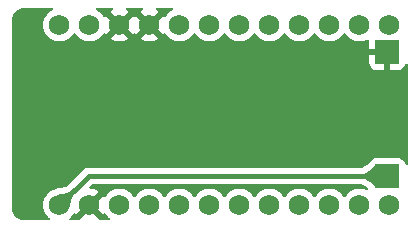
<source format=gtl>
G04 #@! TF.GenerationSoftware,KiCad,Pcbnew,7.0.8*
G04 #@! TF.CreationDate,2024-04-01T14:50:31+01:00*
G04 #@! TF.ProjectId,daughterboard,64617567-6874-4657-9262-6f6172642e6b,rev?*
G04 #@! TF.SameCoordinates,Original*
G04 #@! TF.FileFunction,Copper,L1,Top*
G04 #@! TF.FilePolarity,Positive*
%FSLAX46Y46*%
G04 Gerber Fmt 4.6, Leading zero omitted, Abs format (unit mm)*
G04 Created by KiCad (PCBNEW 7.0.8) date 2024-04-01 14:50:31*
%MOMM*%
%LPD*%
G01*
G04 APERTURE LIST*
G04 Aperture macros list*
%AMRoundRect*
0 Rectangle with rounded corners*
0 $1 Rounding radius*
0 $2 $3 $4 $5 $6 $7 $8 $9 X,Y pos of 4 corners*
0 Add a 4 corners polygon primitive as box body*
4,1,4,$2,$3,$4,$5,$6,$7,$8,$9,$2,$3,0*
0 Add four circle primitives for the rounded corners*
1,1,$1+$1,$2,$3*
1,1,$1+$1,$4,$5*
1,1,$1+$1,$6,$7*
1,1,$1+$1,$8,$9*
0 Add four rect primitives between the rounded corners*
20,1,$1+$1,$2,$3,$4,$5,0*
20,1,$1+$1,$4,$5,$6,$7,0*
20,1,$1+$1,$6,$7,$8,$9,0*
20,1,$1+$1,$8,$9,$2,$3,0*%
G04 Aperture macros list end*
G04 #@! TA.AperFunction,ComponentPad*
%ADD10C,1.752600*%
G04 #@! TD*
G04 #@! TA.AperFunction,ComponentPad*
%ADD11RoundRect,0.250001X-0.799999X-0.799999X0.799999X-0.799999X0.799999X0.799999X-0.799999X0.799999X0*%
G04 #@! TD*
G04 #@! TA.AperFunction,Conductor*
%ADD12C,0.381000*%
G04 #@! TD*
G04 APERTURE END LIST*
D10*
X104000000Y-101475000D03*
X106540000Y-101475000D03*
X109080000Y-101475000D03*
X111620000Y-101475000D03*
X114160000Y-101475000D03*
X116700000Y-101475000D03*
X119240000Y-101475000D03*
X121780000Y-101475000D03*
X124320000Y-101475000D03*
X126860000Y-101475000D03*
X129400000Y-101475000D03*
X131940000Y-101475000D03*
X131940000Y-116715000D03*
X129400000Y-116715000D03*
X126860000Y-116715000D03*
X124320000Y-116715000D03*
X121780000Y-116715000D03*
X119240000Y-116715000D03*
X116700000Y-116715000D03*
X114160000Y-116715000D03*
X111620000Y-116715000D03*
X109080000Y-116715000D03*
X106540000Y-116715000D03*
X104000000Y-116715000D03*
D11*
X131750000Y-114250000D03*
X131750000Y-103750000D03*
D12*
X106465000Y-114250000D02*
X104000000Y-116715000D01*
X131750000Y-114250000D02*
X106465000Y-114250000D01*
G04 #@! TA.AperFunction,Conductor*
G36*
X103409254Y-100020185D02*
G01*
X103455009Y-100072989D01*
X103464953Y-100142147D01*
X103435928Y-100205703D01*
X103401234Y-100233553D01*
X103346633Y-100263103D01*
X103244379Y-100318440D01*
X103064323Y-100458582D01*
X103064319Y-100458586D01*
X102909787Y-100626451D01*
X102784989Y-100817470D01*
X102693335Y-101026422D01*
X102637323Y-101247608D01*
X102637321Y-101247616D01*
X102618481Y-101474994D01*
X102618481Y-101475005D01*
X102637321Y-101702383D01*
X102637323Y-101702391D01*
X102693335Y-101923577D01*
X102784989Y-102132529D01*
X102909787Y-102323548D01*
X103000950Y-102422576D01*
X103064323Y-102491417D01*
X103244381Y-102631561D01*
X103445050Y-102740158D01*
X103577534Y-102785640D01*
X103659435Y-102813757D01*
X103660857Y-102814245D01*
X103885915Y-102851800D01*
X104114085Y-102851800D01*
X104339143Y-102814245D01*
X104554950Y-102740158D01*
X104755619Y-102631561D01*
X104935677Y-102491417D01*
X105090213Y-102323547D01*
X105166191Y-102207252D01*
X105219337Y-102161896D01*
X105288568Y-102152472D01*
X105351904Y-102181973D01*
X105373809Y-102207253D01*
X105449787Y-102323548D01*
X105540950Y-102422576D01*
X105604323Y-102491417D01*
X105784381Y-102631561D01*
X105985050Y-102740158D01*
X106117534Y-102785640D01*
X106199435Y-102813757D01*
X106200857Y-102814245D01*
X106425915Y-102851800D01*
X106654085Y-102851800D01*
X106879143Y-102814245D01*
X107094950Y-102740158D01*
X107295619Y-102631561D01*
X107475677Y-102491417D01*
X107630213Y-102323547D01*
X107706491Y-102206795D01*
X107759636Y-102161439D01*
X107828868Y-102152015D01*
X107892203Y-102181517D01*
X107914108Y-102206796D01*
X107945934Y-102255510D01*
X108557368Y-101644077D01*
X108560594Y-101659597D01*
X108629658Y-101792886D01*
X108732123Y-101902598D01*
X108860388Y-101980598D01*
X108913166Y-101995385D01*
X108298088Y-102610462D01*
X108298089Y-102610463D01*
X108324651Y-102631137D01*
X108324652Y-102631139D01*
X108525250Y-102739698D01*
X108525255Y-102739700D01*
X108740976Y-102813757D01*
X108965958Y-102851300D01*
X109194042Y-102851300D01*
X109419023Y-102813757D01*
X109634744Y-102739700D01*
X109634749Y-102739698D01*
X109835346Y-102631139D01*
X109835349Y-102631137D01*
X109861910Y-102610463D01*
X109248603Y-101997156D01*
X109366412Y-101945985D01*
X109482862Y-101851246D01*
X109569433Y-101728603D01*
X109600300Y-101641748D01*
X110214063Y-102255511D01*
X110246190Y-102206337D01*
X110299336Y-102160980D01*
X110368567Y-102151556D01*
X110431903Y-102181057D01*
X110453808Y-102206337D01*
X110485934Y-102255510D01*
X111097368Y-101644077D01*
X111100594Y-101659597D01*
X111169658Y-101792886D01*
X111272123Y-101902598D01*
X111400388Y-101980598D01*
X111453166Y-101995385D01*
X110838088Y-102610462D01*
X110838089Y-102610463D01*
X110864651Y-102631137D01*
X110864652Y-102631139D01*
X111065250Y-102739698D01*
X111065255Y-102739700D01*
X111280976Y-102813757D01*
X111505958Y-102851300D01*
X111734042Y-102851300D01*
X111959023Y-102813757D01*
X112174744Y-102739700D01*
X112174749Y-102739698D01*
X112375346Y-102631139D01*
X112375349Y-102631137D01*
X112401910Y-102610463D01*
X111788603Y-101997156D01*
X111906412Y-101945985D01*
X112022862Y-101851246D01*
X112109433Y-101728603D01*
X112140300Y-101641748D01*
X112754063Y-102255511D01*
X112785891Y-102206795D01*
X112839037Y-102161438D01*
X112908268Y-102152014D01*
X112971604Y-102181515D01*
X112993509Y-102206795D01*
X113069787Y-102323548D01*
X113160950Y-102422576D01*
X113224323Y-102491417D01*
X113404381Y-102631561D01*
X113605050Y-102740158D01*
X113737534Y-102785640D01*
X113819435Y-102813757D01*
X113820857Y-102814245D01*
X114045915Y-102851800D01*
X114274085Y-102851800D01*
X114499143Y-102814245D01*
X114714950Y-102740158D01*
X114915619Y-102631561D01*
X115095677Y-102491417D01*
X115250213Y-102323547D01*
X115326191Y-102207252D01*
X115379337Y-102161896D01*
X115448568Y-102152472D01*
X115511904Y-102181973D01*
X115533809Y-102207253D01*
X115609787Y-102323548D01*
X115700950Y-102422576D01*
X115764323Y-102491417D01*
X115944381Y-102631561D01*
X116145050Y-102740158D01*
X116277534Y-102785640D01*
X116359435Y-102813757D01*
X116360857Y-102814245D01*
X116585915Y-102851800D01*
X116814085Y-102851800D01*
X117039143Y-102814245D01*
X117254950Y-102740158D01*
X117455619Y-102631561D01*
X117635677Y-102491417D01*
X117790213Y-102323547D01*
X117866191Y-102207252D01*
X117919337Y-102161896D01*
X117988568Y-102152472D01*
X118051904Y-102181973D01*
X118073809Y-102207253D01*
X118149787Y-102323548D01*
X118240950Y-102422576D01*
X118304323Y-102491417D01*
X118484381Y-102631561D01*
X118685050Y-102740158D01*
X118817534Y-102785640D01*
X118899435Y-102813757D01*
X118900857Y-102814245D01*
X119125915Y-102851800D01*
X119354085Y-102851800D01*
X119579143Y-102814245D01*
X119794950Y-102740158D01*
X119995619Y-102631561D01*
X120175677Y-102491417D01*
X120330213Y-102323547D01*
X120406191Y-102207252D01*
X120459337Y-102161896D01*
X120528568Y-102152472D01*
X120591904Y-102181973D01*
X120613809Y-102207253D01*
X120689787Y-102323548D01*
X120780950Y-102422576D01*
X120844323Y-102491417D01*
X121024381Y-102631561D01*
X121225050Y-102740158D01*
X121357534Y-102785640D01*
X121439435Y-102813757D01*
X121440857Y-102814245D01*
X121665915Y-102851800D01*
X121894085Y-102851800D01*
X122119143Y-102814245D01*
X122334950Y-102740158D01*
X122535619Y-102631561D01*
X122715677Y-102491417D01*
X122870213Y-102323547D01*
X122946191Y-102207252D01*
X122999337Y-102161896D01*
X123068568Y-102152472D01*
X123131904Y-102181973D01*
X123153809Y-102207253D01*
X123229787Y-102323548D01*
X123320950Y-102422576D01*
X123384323Y-102491417D01*
X123564381Y-102631561D01*
X123765050Y-102740158D01*
X123897534Y-102785640D01*
X123979435Y-102813757D01*
X123980857Y-102814245D01*
X124205915Y-102851800D01*
X124434085Y-102851800D01*
X124659143Y-102814245D01*
X124874950Y-102740158D01*
X125075619Y-102631561D01*
X125255677Y-102491417D01*
X125410213Y-102323547D01*
X125486191Y-102207252D01*
X125539337Y-102161896D01*
X125608568Y-102152472D01*
X125671904Y-102181973D01*
X125693809Y-102207253D01*
X125769787Y-102323548D01*
X125860950Y-102422576D01*
X125924323Y-102491417D01*
X126104381Y-102631561D01*
X126305050Y-102740158D01*
X126437534Y-102785640D01*
X126519435Y-102813757D01*
X126520857Y-102814245D01*
X126745915Y-102851800D01*
X126974085Y-102851800D01*
X127199143Y-102814245D01*
X127414950Y-102740158D01*
X127615619Y-102631561D01*
X127795677Y-102491417D01*
X127950213Y-102323547D01*
X128026191Y-102207252D01*
X128079337Y-102161896D01*
X128148568Y-102152472D01*
X128211904Y-102181973D01*
X128233809Y-102207253D01*
X128309787Y-102323548D01*
X128400950Y-102422576D01*
X128464323Y-102491417D01*
X128644381Y-102631561D01*
X128845050Y-102740158D01*
X128977534Y-102785640D01*
X129059435Y-102813757D01*
X129060857Y-102814245D01*
X129285915Y-102851800D01*
X129514085Y-102851800D01*
X129739143Y-102814245D01*
X129954950Y-102740158D01*
X129954957Y-102740154D01*
X129954960Y-102740153D01*
X130025423Y-102702020D01*
X130093751Y-102687424D01*
X130159123Y-102712086D01*
X130200784Y-102768177D01*
X130207799Y-102823676D01*
X130200000Y-102900012D01*
X130200000Y-103500000D01*
X131255148Y-103500000D01*
X131206441Y-103637047D01*
X131196123Y-103787886D01*
X131226884Y-103935915D01*
X131260090Y-104000000D01*
X130200000Y-104000000D01*
X130200000Y-104599985D01*
X130210493Y-104702689D01*
X130210494Y-104702696D01*
X130265641Y-104869118D01*
X130265643Y-104869123D01*
X130357684Y-105018344D01*
X130481655Y-105142315D01*
X130630876Y-105234356D01*
X130630881Y-105234358D01*
X130797303Y-105289505D01*
X130797310Y-105289506D01*
X130900014Y-105299999D01*
X130900027Y-105300000D01*
X131500000Y-105300000D01*
X131500000Y-104241683D01*
X131528819Y-104259209D01*
X131674404Y-104300000D01*
X131787622Y-104300000D01*
X131899783Y-104284584D01*
X132000000Y-104241053D01*
X132000000Y-105300000D01*
X132599973Y-105300000D01*
X132599985Y-105299999D01*
X132702689Y-105289506D01*
X132702696Y-105289505D01*
X132869118Y-105234358D01*
X132869123Y-105234356D01*
X133018344Y-105142315D01*
X133142315Y-105018344D01*
X133234356Y-104869123D01*
X133234359Y-104869116D01*
X133258023Y-104797702D01*
X133297795Y-104740257D01*
X133362310Y-104713433D01*
X133431086Y-104725747D01*
X133482287Y-104773290D01*
X133499729Y-104836698D01*
X133500227Y-113163201D01*
X133480546Y-113230241D01*
X133427745Y-113275999D01*
X133358587Y-113285947D01*
X133295030Y-113256926D01*
X133258522Y-113202213D01*
X133234814Y-113130666D01*
X133142711Y-112981345D01*
X133018655Y-112857289D01*
X133018651Y-112857286D01*
X132869337Y-112765187D01*
X132869335Y-112765186D01*
X132786065Y-112737593D01*
X132702797Y-112710001D01*
X132702795Y-112710000D01*
X132600015Y-112699500D01*
X132600008Y-112699500D01*
X130899992Y-112699500D01*
X130899984Y-112699500D01*
X130797204Y-112710000D01*
X130797203Y-112710001D01*
X130630664Y-112765186D01*
X130630662Y-112765187D01*
X130481345Y-112857287D01*
X130481345Y-112857288D01*
X130423468Y-112915163D01*
X130419199Y-112919052D01*
X130390247Y-112943056D01*
X130390240Y-112943063D01*
X130201383Y-113151659D01*
X130197362Y-113155709D01*
X130025126Y-113313921D01*
X130019821Y-113318278D01*
X129860802Y-113434781D01*
X129853893Y-113439173D01*
X129714803Y-113515212D01*
X129697400Y-113523051D01*
X129618145Y-113551642D01*
X129576067Y-113559000D01*
X106487752Y-113559000D01*
X106484007Y-113558887D01*
X106422973Y-113555195D01*
X106422966Y-113555195D01*
X106362826Y-113566216D01*
X106359126Y-113566779D01*
X106298414Y-113574152D01*
X106289203Y-113577645D01*
X106267606Y-113583666D01*
X106257916Y-113585442D01*
X106202156Y-113610537D01*
X106198697Y-113611969D01*
X106141527Y-113633652D01*
X106141523Y-113633654D01*
X106141518Y-113633656D01*
X106141513Y-113633659D01*
X106141510Y-113633661D01*
X106133410Y-113639251D01*
X106113881Y-113650266D01*
X106104900Y-113654308D01*
X106104895Y-113654311D01*
X106104894Y-113654312D01*
X106084371Y-113670389D01*
X106056764Y-113692017D01*
X106053750Y-113694235D01*
X106003416Y-113728980D01*
X106003414Y-113728981D01*
X105962863Y-113774754D01*
X105960296Y-113777480D01*
X104798550Y-114939226D01*
X104778167Y-114955253D01*
X104778229Y-114955339D01*
X104776438Y-114956613D01*
X104775396Y-114957433D01*
X104774635Y-114957896D01*
X104774618Y-114957908D01*
X104558072Y-115136608D01*
X104529503Y-115154283D01*
X104429427Y-115198755D01*
X104401849Y-115207330D01*
X104233448Y-115238798D01*
X103942707Y-115288730D01*
X103934423Y-115290455D01*
X103925226Y-115292371D01*
X103912549Y-115295483D01*
X103906210Y-115297039D01*
X103888882Y-115301954D01*
X103511891Y-115423532D01*
X103506250Y-115425604D01*
X103501524Y-115427341D01*
X103501520Y-115427343D01*
X103501516Y-115427344D01*
X103475826Y-115438980D01*
X103470378Y-115441144D01*
X103445064Y-115449835D01*
X103445047Y-115449843D01*
X103244383Y-115558437D01*
X103244379Y-115558439D01*
X103064323Y-115698582D01*
X103064319Y-115698586D01*
X102909787Y-115866451D01*
X102784989Y-116057470D01*
X102693335Y-116266422D01*
X102637323Y-116487608D01*
X102637321Y-116487616D01*
X102618481Y-116714994D01*
X102618481Y-116715005D01*
X102637321Y-116942383D01*
X102637323Y-116942391D01*
X102693335Y-117163577D01*
X102784989Y-117372529D01*
X102909787Y-117563548D01*
X103064319Y-117731413D01*
X103064330Y-117731424D01*
X103123718Y-117777647D01*
X103164531Y-117834357D01*
X103168206Y-117904130D01*
X103133574Y-117964813D01*
X103071633Y-117997140D01*
X103047556Y-117999500D01*
X101002710Y-117999500D01*
X100997303Y-117999264D01*
X100995015Y-117999063D01*
X100954554Y-117995523D01*
X100828238Y-117983082D01*
X100808299Y-117979454D01*
X100741669Y-117961601D01*
X100648435Y-117933319D01*
X100632027Y-117927040D01*
X100582894Y-117904130D01*
X100564618Y-117895607D01*
X100561605Y-117894101D01*
X100477671Y-117849236D01*
X100471331Y-117845341D01*
X100405170Y-117799015D01*
X100401398Y-117796154D01*
X100329190Y-117736895D01*
X100324688Y-117732815D01*
X100267182Y-117675309D01*
X100263103Y-117670808D01*
X100203844Y-117598600D01*
X100200983Y-117594828D01*
X100154657Y-117528667D01*
X100150762Y-117522327D01*
X100124857Y-117473864D01*
X100105888Y-117438375D01*
X100104406Y-117435411D01*
X100072958Y-117367971D01*
X100066682Y-117351570D01*
X100038403Y-117258349D01*
X100020541Y-117191685D01*
X100016918Y-117171771D01*
X100004482Y-117045519D01*
X100000735Y-117002695D01*
X100000500Y-116997293D01*
X100000500Y-101002705D01*
X100000736Y-100997299D01*
X100004476Y-100954554D01*
X100016918Y-100828223D01*
X100020542Y-100808309D01*
X100038402Y-100741653D01*
X100066683Y-100648424D01*
X100072953Y-100632037D01*
X100104420Y-100564558D01*
X100105872Y-100561653D01*
X100150764Y-100477666D01*
X100154657Y-100471331D01*
X100163581Y-100458586D01*
X100200994Y-100405155D01*
X100203827Y-100401420D01*
X100263122Y-100329168D01*
X100267162Y-100324710D01*
X100324710Y-100267162D01*
X100329168Y-100263122D01*
X100401420Y-100203827D01*
X100405155Y-100200994D01*
X100471334Y-100154654D01*
X100477666Y-100150764D01*
X100561653Y-100105872D01*
X100564558Y-100104420D01*
X100632037Y-100072953D01*
X100648424Y-100066683D01*
X100741653Y-100038402D01*
X100808309Y-100020542D01*
X100828223Y-100016918D01*
X100954542Y-100004477D01*
X100997305Y-100000735D01*
X101002706Y-100000500D01*
X103342215Y-100000500D01*
X103409254Y-100020185D01*
G37*
G04 #@! TD.AperFunction*
G04 #@! TA.AperFunction,Conductor*
G36*
X106020594Y-116899597D02*
G01*
X106089658Y-117032886D01*
X106192123Y-117142598D01*
X106320388Y-117220598D01*
X106373166Y-117235385D01*
X105758088Y-117850462D01*
X105759166Y-117867818D01*
X105743672Y-117935948D01*
X105693804Y-117984886D01*
X105635404Y-117999500D01*
X104952444Y-117999500D01*
X104885405Y-117979815D01*
X104839650Y-117927011D01*
X104829706Y-117857853D01*
X104858731Y-117794297D01*
X104876282Y-117777647D01*
X104935669Y-117731424D01*
X104935672Y-117731420D01*
X104935677Y-117731417D01*
X105090213Y-117563547D01*
X105166492Y-117446792D01*
X105219634Y-117401438D01*
X105288865Y-117392014D01*
X105352202Y-117421515D01*
X105374107Y-117446794D01*
X105405935Y-117495510D01*
X106017368Y-116884077D01*
X106020594Y-116899597D01*
G37*
G04 #@! TD.AperFunction*
G04 #@! TA.AperFunction,Conductor*
G36*
X107674063Y-117495511D02*
G01*
X107705891Y-117446795D01*
X107759037Y-117401438D01*
X107828268Y-117392014D01*
X107891604Y-117421515D01*
X107913509Y-117446795D01*
X107989787Y-117563548D01*
X108144319Y-117731413D01*
X108144330Y-117731424D01*
X108203718Y-117777647D01*
X108244531Y-117834357D01*
X108248206Y-117904130D01*
X108213574Y-117964813D01*
X108151633Y-117997140D01*
X108127556Y-117999500D01*
X107444595Y-117999500D01*
X107377556Y-117979815D01*
X107331801Y-117927011D01*
X107320833Y-117867820D01*
X107321910Y-117850463D01*
X106708603Y-117237156D01*
X106826412Y-117185985D01*
X106942862Y-117091246D01*
X107029433Y-116968603D01*
X107060300Y-116881748D01*
X107674063Y-117495511D01*
G37*
G04 #@! TD.AperFunction*
G04 #@! TA.AperFunction,Conductor*
G36*
X129618148Y-114948357D02*
G01*
X129697396Y-114976944D01*
X129714801Y-114984784D01*
X129853898Y-115060827D01*
X129860806Y-115065219D01*
X130019816Y-115181714D01*
X130025121Y-115186071D01*
X130089776Y-115245462D01*
X130125831Y-115305311D01*
X130123805Y-115375151D01*
X130084343Y-115432809D01*
X130019973Y-115459980D01*
X129959999Y-115450929D01*
X129959801Y-115451507D01*
X129956643Y-115450423D01*
X129956080Y-115450338D01*
X129954954Y-115449844D01*
X129954950Y-115449842D01*
X129954944Y-115449840D01*
X129954942Y-115449839D01*
X129739145Y-115375755D01*
X129514085Y-115338200D01*
X129285915Y-115338200D01*
X129060854Y-115375755D01*
X128845057Y-115449839D01*
X128845049Y-115449842D01*
X128644379Y-115558440D01*
X128464323Y-115698582D01*
X128464319Y-115698586D01*
X128309787Y-115866451D01*
X128233809Y-115982746D01*
X128180663Y-116028103D01*
X128111431Y-116037527D01*
X128048095Y-116008025D01*
X128026191Y-115982746D01*
X127950212Y-115866451D01*
X127795680Y-115698586D01*
X127795676Y-115698582D01*
X127683818Y-115611520D01*
X127615619Y-115558439D01*
X127414950Y-115449842D01*
X127414942Y-115449839D01*
X127199145Y-115375755D01*
X126974085Y-115338200D01*
X126745915Y-115338200D01*
X126520854Y-115375755D01*
X126305057Y-115449839D01*
X126305049Y-115449842D01*
X126104379Y-115558440D01*
X125924323Y-115698582D01*
X125924319Y-115698586D01*
X125769787Y-115866451D01*
X125693809Y-115982746D01*
X125640663Y-116028103D01*
X125571431Y-116037527D01*
X125508095Y-116008025D01*
X125486191Y-115982746D01*
X125410212Y-115866451D01*
X125255680Y-115698586D01*
X125255676Y-115698582D01*
X125143818Y-115611520D01*
X125075619Y-115558439D01*
X124874950Y-115449842D01*
X124874942Y-115449839D01*
X124659145Y-115375755D01*
X124434085Y-115338200D01*
X124205915Y-115338200D01*
X123980854Y-115375755D01*
X123765057Y-115449839D01*
X123765049Y-115449842D01*
X123564379Y-115558440D01*
X123384323Y-115698582D01*
X123384319Y-115698586D01*
X123229787Y-115866451D01*
X123153809Y-115982746D01*
X123100663Y-116028103D01*
X123031431Y-116037527D01*
X122968095Y-116008025D01*
X122946191Y-115982746D01*
X122870212Y-115866451D01*
X122715680Y-115698586D01*
X122715676Y-115698582D01*
X122603818Y-115611520D01*
X122535619Y-115558439D01*
X122334950Y-115449842D01*
X122334942Y-115449839D01*
X122119145Y-115375755D01*
X121894085Y-115338200D01*
X121665915Y-115338200D01*
X121440854Y-115375755D01*
X121225057Y-115449839D01*
X121225049Y-115449842D01*
X121024379Y-115558440D01*
X120844323Y-115698582D01*
X120844319Y-115698586D01*
X120689787Y-115866451D01*
X120613809Y-115982746D01*
X120560663Y-116028103D01*
X120491431Y-116037527D01*
X120428095Y-116008025D01*
X120406191Y-115982746D01*
X120330212Y-115866451D01*
X120175680Y-115698586D01*
X120175676Y-115698582D01*
X120063818Y-115611520D01*
X119995619Y-115558439D01*
X119794950Y-115449842D01*
X119794942Y-115449839D01*
X119579145Y-115375755D01*
X119354085Y-115338200D01*
X119125915Y-115338200D01*
X118900854Y-115375755D01*
X118685057Y-115449839D01*
X118685049Y-115449842D01*
X118484379Y-115558440D01*
X118304323Y-115698582D01*
X118304319Y-115698586D01*
X118149787Y-115866451D01*
X118073809Y-115982746D01*
X118020663Y-116028103D01*
X117951431Y-116037527D01*
X117888095Y-116008025D01*
X117866191Y-115982746D01*
X117790212Y-115866451D01*
X117635680Y-115698586D01*
X117635676Y-115698582D01*
X117523818Y-115611520D01*
X117455619Y-115558439D01*
X117254950Y-115449842D01*
X117254942Y-115449839D01*
X117039145Y-115375755D01*
X116814085Y-115338200D01*
X116585915Y-115338200D01*
X116360854Y-115375755D01*
X116145057Y-115449839D01*
X116145049Y-115449842D01*
X115944379Y-115558440D01*
X115764323Y-115698582D01*
X115764319Y-115698586D01*
X115609787Y-115866451D01*
X115533809Y-115982746D01*
X115480663Y-116028103D01*
X115411431Y-116037527D01*
X115348095Y-116008025D01*
X115326191Y-115982746D01*
X115250212Y-115866451D01*
X115095680Y-115698586D01*
X115095676Y-115698582D01*
X114983818Y-115611520D01*
X114915619Y-115558439D01*
X114714950Y-115449842D01*
X114714942Y-115449839D01*
X114499145Y-115375755D01*
X114274085Y-115338200D01*
X114045915Y-115338200D01*
X113820854Y-115375755D01*
X113605057Y-115449839D01*
X113605049Y-115449842D01*
X113404379Y-115558440D01*
X113224323Y-115698582D01*
X113224319Y-115698586D01*
X113069787Y-115866451D01*
X112993809Y-115982746D01*
X112940663Y-116028103D01*
X112871431Y-116037527D01*
X112808095Y-116008025D01*
X112786191Y-115982746D01*
X112710212Y-115866451D01*
X112555680Y-115698586D01*
X112555676Y-115698582D01*
X112443818Y-115611520D01*
X112375619Y-115558439D01*
X112174950Y-115449842D01*
X112174942Y-115449839D01*
X111959145Y-115375755D01*
X111734085Y-115338200D01*
X111505915Y-115338200D01*
X111280854Y-115375755D01*
X111065057Y-115449839D01*
X111065049Y-115449842D01*
X110864379Y-115558440D01*
X110684323Y-115698582D01*
X110684319Y-115698586D01*
X110529787Y-115866451D01*
X110453809Y-115982746D01*
X110400663Y-116028103D01*
X110331431Y-116037527D01*
X110268095Y-116008025D01*
X110246191Y-115982746D01*
X110170212Y-115866451D01*
X110015680Y-115698586D01*
X110015676Y-115698582D01*
X109903818Y-115611520D01*
X109835619Y-115558439D01*
X109634950Y-115449842D01*
X109634942Y-115449839D01*
X109419145Y-115375755D01*
X109194085Y-115338200D01*
X108965915Y-115338200D01*
X108740854Y-115375755D01*
X108525057Y-115449839D01*
X108525049Y-115449842D01*
X108324379Y-115558440D01*
X108144323Y-115698582D01*
X108144319Y-115698586D01*
X107989787Y-115866452D01*
X107989784Y-115866454D01*
X107913508Y-115983204D01*
X107860362Y-116028561D01*
X107791130Y-116037984D01*
X107727795Y-116008482D01*
X107705891Y-115983203D01*
X107674063Y-115934487D01*
X107062630Y-116545920D01*
X107059406Y-116530403D01*
X106990342Y-116397114D01*
X106887877Y-116287402D01*
X106759612Y-116209402D01*
X106706832Y-116194613D01*
X107321910Y-115579536D01*
X107321909Y-115579535D01*
X107295349Y-115558862D01*
X107295348Y-115558861D01*
X107094749Y-115450301D01*
X107094744Y-115450299D01*
X106879023Y-115376242D01*
X106654042Y-115338700D01*
X106652884Y-115338700D01*
X106652425Y-115338565D01*
X106648932Y-115338276D01*
X106648991Y-115337557D01*
X106585845Y-115319015D01*
X106540090Y-115266211D01*
X106530146Y-115197053D01*
X106559171Y-115133497D01*
X106565203Y-115127019D01*
X106714903Y-114977319D01*
X106776226Y-114943834D01*
X106802584Y-114941000D01*
X129576072Y-114941000D01*
X129618148Y-114948357D01*
G37*
G04 #@! TD.AperFunction*
G04 #@! TA.AperFunction,Conductor*
G36*
X108490304Y-100020185D02*
G01*
X108536059Y-100072989D01*
X108546003Y-100142147D01*
X108516978Y-100205703D01*
X108482283Y-100233555D01*
X108324652Y-100318860D01*
X108324646Y-100318864D01*
X108298089Y-100339534D01*
X108298089Y-100339536D01*
X108911396Y-100952843D01*
X108793588Y-101004015D01*
X108677138Y-101098754D01*
X108590567Y-101221397D01*
X108559699Y-101308252D01*
X107945934Y-100694487D01*
X107914108Y-100743203D01*
X107860962Y-100788560D01*
X107791730Y-100797984D01*
X107728394Y-100768482D01*
X107706490Y-100743204D01*
X107644567Y-100648424D01*
X107630213Y-100626453D01*
X107630211Y-100626451D01*
X107630210Y-100626449D01*
X107475680Y-100458586D01*
X107475676Y-100458582D01*
X107385648Y-100388511D01*
X107295619Y-100318439D01*
X107138766Y-100233554D01*
X107089177Y-100184335D01*
X107074069Y-100116119D01*
X107098239Y-100050563D01*
X107154015Y-100008482D01*
X107197785Y-100000500D01*
X108423265Y-100000500D01*
X108490304Y-100020185D01*
G37*
G04 #@! TD.AperFunction*
G04 #@! TA.AperFunction,Conductor*
G36*
X111030304Y-100020185D02*
G01*
X111076059Y-100072989D01*
X111086003Y-100142147D01*
X111056978Y-100205703D01*
X111022283Y-100233555D01*
X110864652Y-100318860D01*
X110864646Y-100318864D01*
X110838089Y-100339534D01*
X110838089Y-100339536D01*
X111451396Y-100952843D01*
X111333588Y-101004015D01*
X111217138Y-101098754D01*
X111130567Y-101221397D01*
X111099699Y-101308252D01*
X110485934Y-100694487D01*
X110453807Y-100743662D01*
X110400661Y-100789018D01*
X110331430Y-100798442D01*
X110268094Y-100768940D01*
X110246190Y-100743661D01*
X110214063Y-100694487D01*
X109602630Y-101305920D01*
X109599406Y-101290403D01*
X109530342Y-101157114D01*
X109427877Y-101047402D01*
X109299612Y-100969402D01*
X109246833Y-100954614D01*
X109861910Y-100339537D01*
X109861909Y-100339535D01*
X109835349Y-100318862D01*
X109835348Y-100318861D01*
X109677717Y-100233555D01*
X109628127Y-100184335D01*
X109613019Y-100116118D01*
X109637190Y-100050563D01*
X109692966Y-100008482D01*
X109736735Y-100000500D01*
X110963265Y-100000500D01*
X111030304Y-100020185D01*
G37*
G04 #@! TD.AperFunction*
G04 #@! TA.AperFunction,Conductor*
G36*
X113569254Y-100020185D02*
G01*
X113615009Y-100072989D01*
X113624953Y-100142147D01*
X113595928Y-100205703D01*
X113561234Y-100233553D01*
X113506633Y-100263103D01*
X113404379Y-100318440D01*
X113224323Y-100458582D01*
X113224319Y-100458586D01*
X113069787Y-100626452D01*
X113069784Y-100626454D01*
X112993508Y-100743204D01*
X112940362Y-100788561D01*
X112871130Y-100797984D01*
X112807795Y-100768482D01*
X112785891Y-100743203D01*
X112754063Y-100694487D01*
X112142630Y-101305920D01*
X112139406Y-101290403D01*
X112070342Y-101157114D01*
X111967877Y-101047402D01*
X111839612Y-100969402D01*
X111786833Y-100954614D01*
X112401910Y-100339537D01*
X112401909Y-100339535D01*
X112375349Y-100318862D01*
X112375348Y-100318861D01*
X112217717Y-100233555D01*
X112168127Y-100184335D01*
X112153019Y-100116118D01*
X112177190Y-100050563D01*
X112232966Y-100008482D01*
X112276735Y-100000500D01*
X113502215Y-100000500D01*
X113569254Y-100020185D01*
G37*
G04 #@! TD.AperFunction*
G04 #@! TA.AperFunction,Conductor*
G36*
X105112089Y-115348539D02*
G01*
X105366460Y-115602910D01*
X105369887Y-115611183D01*
X105367211Y-115618630D01*
X105133721Y-115901564D01*
X105024327Y-116147737D01*
X105024326Y-116147742D01*
X104978620Y-116392340D01*
X104929573Y-116677927D01*
X104929177Y-116679538D01*
X104813485Y-117038285D01*
X104807685Y-117045107D01*
X104798759Y-117045829D01*
X104797884Y-117045508D01*
X104003785Y-116717562D01*
X103997447Y-116711238D01*
X103669491Y-115917114D01*
X103669500Y-115908160D01*
X103675839Y-115901835D01*
X103676691Y-115901522D01*
X104035465Y-115785818D01*
X104037066Y-115785425D01*
X104322658Y-115736378D01*
X104567258Y-115690673D01*
X104813434Y-115581277D01*
X105096372Y-115347787D01*
X105104931Y-115345165D01*
X105112089Y-115348539D01*
G37*
G04 #@! TD.AperFunction*
G04 #@! TA.AperFunction,Conductor*
G36*
X130781502Y-113281513D02*
G01*
X130781918Y-113281909D01*
X131742714Y-114241723D01*
X131746145Y-114249994D01*
X131742722Y-114258269D01*
X131742714Y-114258277D01*
X130781918Y-115218090D01*
X130773643Y-115221513D01*
X130765372Y-115218082D01*
X130764976Y-115217666D01*
X130558580Y-114989696D01*
X130343936Y-114792528D01*
X130343933Y-114792526D01*
X130282258Y-114747341D01*
X130129290Y-114635272D01*
X129914645Y-114517929D01*
X129707731Y-114443288D01*
X129701111Y-114437257D01*
X129700001Y-114432282D01*
X129700001Y-114067717D01*
X129703428Y-114059444D01*
X129707729Y-114056712D01*
X129914645Y-113982070D01*
X130129290Y-113864727D01*
X130343934Y-113707472D01*
X130558579Y-113510304D01*
X130764977Y-113282332D01*
X130773069Y-113278500D01*
X130781502Y-113281513D01*
G37*
G04 #@! TD.AperFunction*
M02*

</source>
